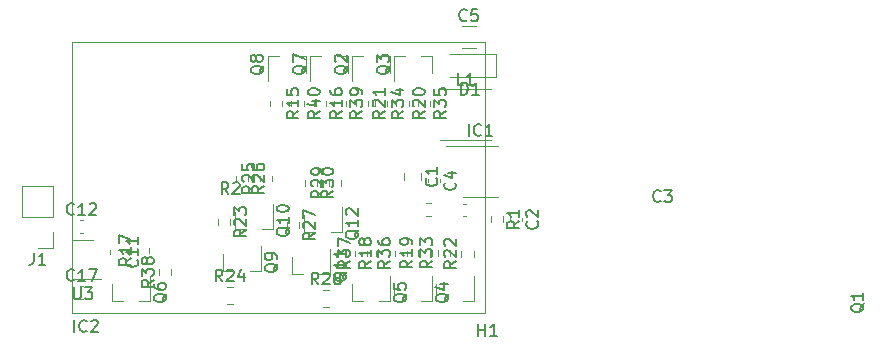
<source format=gbr>
%TF.GenerationSoftware,KiCad,Pcbnew,6.0.6-1.fc35*%
%TF.CreationDate,2022-07-26T21:01:35+02:00*%
%TF.ProjectId,Nixiewatch,4e697869-6577-4617-9463-682e6b696361,rev?*%
%TF.SameCoordinates,Original*%
%TF.FileFunction,Legend,Top*%
%TF.FilePolarity,Positive*%
%FSLAX46Y46*%
G04 Gerber Fmt 4.6, Leading zero omitted, Abs format (unit mm)*
G04 Created by KiCad (PCBNEW 6.0.6-1.fc35) date 2022-07-26 21:01:35*
%MOMM*%
%LPD*%
G01*
G04 APERTURE LIST*
%ADD10C,0.150000*%
%ADD11C,0.120000*%
G04 APERTURE END LIST*
D10*
%TO.C,IC2*%
X74705810Y-61246380D02*
X74705810Y-60246380D01*
X75753429Y-61151142D02*
X75705810Y-61198761D01*
X75562953Y-61246380D01*
X75467715Y-61246380D01*
X75324858Y-61198761D01*
X75229620Y-61103523D01*
X75182001Y-61008285D01*
X75134381Y-60817809D01*
X75134381Y-60674952D01*
X75182001Y-60484476D01*
X75229620Y-60389238D01*
X75324858Y-60294000D01*
X75467715Y-60246380D01*
X75562953Y-60246380D01*
X75705810Y-60294000D01*
X75753429Y-60341619D01*
X76134381Y-60341619D02*
X76182001Y-60294000D01*
X76277239Y-60246380D01*
X76515334Y-60246380D01*
X76610572Y-60294000D01*
X76658191Y-60341619D01*
X76705810Y-60436857D01*
X76705810Y-60532095D01*
X76658191Y-60674952D01*
X76086762Y-61246380D01*
X76705810Y-61246380D01*
%TO.C,J1*%
X71266666Y-54557380D02*
X71266666Y-55271666D01*
X71219047Y-55414523D01*
X71123809Y-55509761D01*
X70980952Y-55557380D01*
X70885714Y-55557380D01*
X72266666Y-55557380D02*
X71695238Y-55557380D01*
X71980952Y-55557380D02*
X71980952Y-54557380D01*
X71885714Y-54700238D01*
X71790476Y-54795476D01*
X71695238Y-54843095D01*
%TO.C,H1*%
X108922595Y-61586880D02*
X108922595Y-60586880D01*
X108922595Y-61063071D02*
X109494023Y-61063071D01*
X109494023Y-61586880D02*
X109494023Y-60586880D01*
X110494023Y-61586880D02*
X109922595Y-61586880D01*
X110208309Y-61586880D02*
X110208309Y-60586880D01*
X110113071Y-60729738D01*
X110017833Y-60824976D01*
X109922595Y-60872595D01*
%TO.C,C11*%
X80019142Y-55139857D02*
X80066761Y-55187476D01*
X80114380Y-55330333D01*
X80114380Y-55425571D01*
X80066761Y-55568428D01*
X79971523Y-55663666D01*
X79876285Y-55711285D01*
X79685809Y-55758904D01*
X79542952Y-55758904D01*
X79352476Y-55711285D01*
X79257238Y-55663666D01*
X79162000Y-55568428D01*
X79114380Y-55425571D01*
X79114380Y-55330333D01*
X79162000Y-55187476D01*
X79209619Y-55139857D01*
X80114380Y-54187476D02*
X80114380Y-54758904D01*
X80114380Y-54473190D02*
X79114380Y-54473190D01*
X79257238Y-54568428D01*
X79352476Y-54663666D01*
X79400095Y-54758904D01*
X80114380Y-53235095D02*
X80114380Y-53806523D01*
X80114380Y-53520809D02*
X79114380Y-53520809D01*
X79257238Y-53616047D01*
X79352476Y-53711285D01*
X79400095Y-53806523D01*
%TO.C,C12*%
X74682142Y-51251142D02*
X74634523Y-51298761D01*
X74491666Y-51346380D01*
X74396428Y-51346380D01*
X74253571Y-51298761D01*
X74158333Y-51203523D01*
X74110714Y-51108285D01*
X74063095Y-50917809D01*
X74063095Y-50774952D01*
X74110714Y-50584476D01*
X74158333Y-50489238D01*
X74253571Y-50394000D01*
X74396428Y-50346380D01*
X74491666Y-50346380D01*
X74634523Y-50394000D01*
X74682142Y-50441619D01*
X75634523Y-51346380D02*
X75063095Y-51346380D01*
X75348809Y-51346380D02*
X75348809Y-50346380D01*
X75253571Y-50489238D01*
X75158333Y-50584476D01*
X75063095Y-50632095D01*
X76015476Y-50441619D02*
X76063095Y-50394000D01*
X76158333Y-50346380D01*
X76396428Y-50346380D01*
X76491666Y-50394000D01*
X76539285Y-50441619D01*
X76586904Y-50536857D01*
X76586904Y-50632095D01*
X76539285Y-50774952D01*
X75967857Y-51346380D01*
X76586904Y-51346380D01*
%TO.C,R20*%
X104382380Y-42542857D02*
X103906190Y-42876190D01*
X104382380Y-43114285D02*
X103382380Y-43114285D01*
X103382380Y-42733333D01*
X103430000Y-42638095D01*
X103477619Y-42590476D01*
X103572857Y-42542857D01*
X103715714Y-42542857D01*
X103810952Y-42590476D01*
X103858571Y-42638095D01*
X103906190Y-42733333D01*
X103906190Y-43114285D01*
X103477619Y-42161904D02*
X103430000Y-42114285D01*
X103382380Y-42019047D01*
X103382380Y-41780952D01*
X103430000Y-41685714D01*
X103477619Y-41638095D01*
X103572857Y-41590476D01*
X103668095Y-41590476D01*
X103810952Y-41638095D01*
X104382380Y-42209523D01*
X104382380Y-41590476D01*
X103382380Y-40971428D02*
X103382380Y-40876190D01*
X103430000Y-40780952D01*
X103477619Y-40733333D01*
X103572857Y-40685714D01*
X103763333Y-40638095D01*
X104001428Y-40638095D01*
X104191904Y-40685714D01*
X104287142Y-40733333D01*
X104334761Y-40780952D01*
X104382380Y-40876190D01*
X104382380Y-40971428D01*
X104334761Y-41066666D01*
X104287142Y-41114285D01*
X104191904Y-41161904D01*
X104001428Y-41209523D01*
X103763333Y-41209523D01*
X103572857Y-41161904D01*
X103477619Y-41114285D01*
X103430000Y-41066666D01*
X103382380Y-40971428D01*
%TO.C,Q11*%
X97789619Y-56197428D02*
X97742000Y-56292666D01*
X97646761Y-56387904D01*
X97503904Y-56530761D01*
X97456285Y-56626000D01*
X97456285Y-56721238D01*
X97694380Y-56673619D02*
X97646761Y-56768857D01*
X97551523Y-56864095D01*
X97361047Y-56911714D01*
X97027714Y-56911714D01*
X96837238Y-56864095D01*
X96742000Y-56768857D01*
X96694380Y-56673619D01*
X96694380Y-56483142D01*
X96742000Y-56387904D01*
X96837238Y-56292666D01*
X97027714Y-56245047D01*
X97361047Y-56245047D01*
X97551523Y-56292666D01*
X97646761Y-56387904D01*
X97694380Y-56483142D01*
X97694380Y-56673619D01*
X97694380Y-55292666D02*
X97694380Y-55864095D01*
X97694380Y-55578380D02*
X96694380Y-55578380D01*
X96837238Y-55673619D01*
X96932476Y-55768857D01*
X96980095Y-55864095D01*
X97694380Y-54340285D02*
X97694380Y-54911714D01*
X97694380Y-54626000D02*
X96694380Y-54626000D01*
X96837238Y-54721238D01*
X96932476Y-54816476D01*
X96980095Y-54911714D01*
%TO.C,Q7*%
X94313619Y-38703238D02*
X94266000Y-38798476D01*
X94170761Y-38893714D01*
X94027904Y-39036571D01*
X93980285Y-39131809D01*
X93980285Y-39227047D01*
X94218380Y-39179428D02*
X94170761Y-39274666D01*
X94075523Y-39369904D01*
X93885047Y-39417523D01*
X93551714Y-39417523D01*
X93361238Y-39369904D01*
X93266000Y-39274666D01*
X93218380Y-39179428D01*
X93218380Y-38988952D01*
X93266000Y-38893714D01*
X93361238Y-38798476D01*
X93551714Y-38750857D01*
X93885047Y-38750857D01*
X94075523Y-38798476D01*
X94170761Y-38893714D01*
X94218380Y-38988952D01*
X94218380Y-39179428D01*
X93218380Y-38417523D02*
X93218380Y-37750857D01*
X94218380Y-38179428D01*
%TO.C,Q9*%
X91947619Y-55467238D02*
X91900000Y-55562476D01*
X91804761Y-55657714D01*
X91661904Y-55800571D01*
X91614285Y-55895809D01*
X91614285Y-55991047D01*
X91852380Y-55943428D02*
X91804761Y-56038666D01*
X91709523Y-56133904D01*
X91519047Y-56181523D01*
X91185714Y-56181523D01*
X90995238Y-56133904D01*
X90900000Y-56038666D01*
X90852380Y-55943428D01*
X90852380Y-55752952D01*
X90900000Y-55657714D01*
X90995238Y-55562476D01*
X91185714Y-55514857D01*
X91519047Y-55514857D01*
X91709523Y-55562476D01*
X91804761Y-55657714D01*
X91852380Y-55752952D01*
X91852380Y-55943428D01*
X91852380Y-55038666D02*
X91852380Y-54848190D01*
X91804761Y-54752952D01*
X91757142Y-54705333D01*
X91614285Y-54610095D01*
X91423809Y-54562476D01*
X91042857Y-54562476D01*
X90947619Y-54610095D01*
X90900000Y-54657714D01*
X90852380Y-54752952D01*
X90852380Y-54943428D01*
X90900000Y-55038666D01*
X90947619Y-55086285D01*
X91042857Y-55133904D01*
X91280952Y-55133904D01*
X91376190Y-55086285D01*
X91423809Y-55038666D01*
X91471428Y-54943428D01*
X91471428Y-54752952D01*
X91423809Y-54657714D01*
X91376190Y-54610095D01*
X91280952Y-54562476D01*
%TO.C,R19*%
X103322380Y-55217857D02*
X102846190Y-55551190D01*
X103322380Y-55789285D02*
X102322380Y-55789285D01*
X102322380Y-55408333D01*
X102370000Y-55313095D01*
X102417619Y-55265476D01*
X102512857Y-55217857D01*
X102655714Y-55217857D01*
X102750952Y-55265476D01*
X102798571Y-55313095D01*
X102846190Y-55408333D01*
X102846190Y-55789285D01*
X103322380Y-54265476D02*
X103322380Y-54836904D01*
X103322380Y-54551190D02*
X102322380Y-54551190D01*
X102465238Y-54646428D01*
X102560476Y-54741666D01*
X102608095Y-54836904D01*
X103322380Y-53789285D02*
X103322380Y-53598809D01*
X103274761Y-53503571D01*
X103227142Y-53455952D01*
X103084285Y-53360714D01*
X102893809Y-53313095D01*
X102512857Y-53313095D01*
X102417619Y-53360714D01*
X102370000Y-53408333D01*
X102322380Y-53503571D01*
X102322380Y-53694047D01*
X102370000Y-53789285D01*
X102417619Y-53836904D01*
X102512857Y-53884523D01*
X102750952Y-53884523D01*
X102846190Y-53836904D01*
X102893809Y-53789285D01*
X102941428Y-53694047D01*
X102941428Y-53503571D01*
X102893809Y-53408333D01*
X102846190Y-53360714D01*
X102750952Y-53313095D01*
%TO.C,R18*%
X99822380Y-55242857D02*
X99346190Y-55576190D01*
X99822380Y-55814285D02*
X98822380Y-55814285D01*
X98822380Y-55433333D01*
X98870000Y-55338095D01*
X98917619Y-55290476D01*
X99012857Y-55242857D01*
X99155714Y-55242857D01*
X99250952Y-55290476D01*
X99298571Y-55338095D01*
X99346190Y-55433333D01*
X99346190Y-55814285D01*
X99822380Y-54290476D02*
X99822380Y-54861904D01*
X99822380Y-54576190D02*
X98822380Y-54576190D01*
X98965238Y-54671428D01*
X99060476Y-54766666D01*
X99108095Y-54861904D01*
X99250952Y-53719047D02*
X99203333Y-53814285D01*
X99155714Y-53861904D01*
X99060476Y-53909523D01*
X99012857Y-53909523D01*
X98917619Y-53861904D01*
X98870000Y-53814285D01*
X98822380Y-53719047D01*
X98822380Y-53528571D01*
X98870000Y-53433333D01*
X98917619Y-53385714D01*
X99012857Y-53338095D01*
X99060476Y-53338095D01*
X99155714Y-53385714D01*
X99203333Y-53433333D01*
X99250952Y-53528571D01*
X99250952Y-53719047D01*
X99298571Y-53814285D01*
X99346190Y-53861904D01*
X99441428Y-53909523D01*
X99631904Y-53909523D01*
X99727142Y-53861904D01*
X99774761Y-53814285D01*
X99822380Y-53719047D01*
X99822380Y-53528571D01*
X99774761Y-53433333D01*
X99727142Y-53385714D01*
X99631904Y-53338095D01*
X99441428Y-53338095D01*
X99346190Y-53385714D01*
X99298571Y-53433333D01*
X99250952Y-53528571D01*
%TO.C,R17*%
X79540380Y-54998857D02*
X79064190Y-55332190D01*
X79540380Y-55570285D02*
X78540380Y-55570285D01*
X78540380Y-55189333D01*
X78588000Y-55094095D01*
X78635619Y-55046476D01*
X78730857Y-54998857D01*
X78873714Y-54998857D01*
X78968952Y-55046476D01*
X79016571Y-55094095D01*
X79064190Y-55189333D01*
X79064190Y-55570285D01*
X79540380Y-54046476D02*
X79540380Y-54617904D01*
X79540380Y-54332190D02*
X78540380Y-54332190D01*
X78683238Y-54427428D01*
X78778476Y-54522666D01*
X78826095Y-54617904D01*
X78540380Y-53713142D02*
X78540380Y-53046476D01*
X79540380Y-53475047D01*
%TO.C,Q8*%
X90757619Y-38703238D02*
X90710000Y-38798476D01*
X90614761Y-38893714D01*
X90471904Y-39036571D01*
X90424285Y-39131809D01*
X90424285Y-39227047D01*
X90662380Y-39179428D02*
X90614761Y-39274666D01*
X90519523Y-39369904D01*
X90329047Y-39417523D01*
X89995714Y-39417523D01*
X89805238Y-39369904D01*
X89710000Y-39274666D01*
X89662380Y-39179428D01*
X89662380Y-38988952D01*
X89710000Y-38893714D01*
X89805238Y-38798476D01*
X89995714Y-38750857D01*
X90329047Y-38750857D01*
X90519523Y-38798476D01*
X90614761Y-38893714D01*
X90662380Y-38988952D01*
X90662380Y-39179428D01*
X90090952Y-38179428D02*
X90043333Y-38274666D01*
X89995714Y-38322285D01*
X89900476Y-38369904D01*
X89852857Y-38369904D01*
X89757619Y-38322285D01*
X89710000Y-38274666D01*
X89662380Y-38179428D01*
X89662380Y-37988952D01*
X89710000Y-37893714D01*
X89757619Y-37846095D01*
X89852857Y-37798476D01*
X89900476Y-37798476D01*
X89995714Y-37846095D01*
X90043333Y-37893714D01*
X90090952Y-37988952D01*
X90090952Y-38179428D01*
X90138571Y-38274666D01*
X90186190Y-38322285D01*
X90281428Y-38369904D01*
X90471904Y-38369904D01*
X90567142Y-38322285D01*
X90614761Y-38274666D01*
X90662380Y-38179428D01*
X90662380Y-37988952D01*
X90614761Y-37893714D01*
X90567142Y-37846095D01*
X90471904Y-37798476D01*
X90281428Y-37798476D01*
X90186190Y-37846095D01*
X90138571Y-37893714D01*
X90090952Y-37988952D01*
%TO.C,Q5*%
X102869619Y-58007238D02*
X102822000Y-58102476D01*
X102726761Y-58197714D01*
X102583904Y-58340571D01*
X102536285Y-58435809D01*
X102536285Y-58531047D01*
X102774380Y-58483428D02*
X102726761Y-58578666D01*
X102631523Y-58673904D01*
X102441047Y-58721523D01*
X102107714Y-58721523D01*
X101917238Y-58673904D01*
X101822000Y-58578666D01*
X101774380Y-58483428D01*
X101774380Y-58292952D01*
X101822000Y-58197714D01*
X101917238Y-58102476D01*
X102107714Y-58054857D01*
X102441047Y-58054857D01*
X102631523Y-58102476D01*
X102726761Y-58197714D01*
X102774380Y-58292952D01*
X102774380Y-58483428D01*
X101774380Y-57150095D02*
X101774380Y-57626285D01*
X102250571Y-57673904D01*
X102202952Y-57626285D01*
X102155333Y-57531047D01*
X102155333Y-57292952D01*
X102202952Y-57197714D01*
X102250571Y-57150095D01*
X102345809Y-57102476D01*
X102583904Y-57102476D01*
X102679142Y-57150095D01*
X102726761Y-57197714D01*
X102774380Y-57292952D01*
X102774380Y-57531047D01*
X102726761Y-57626285D01*
X102679142Y-57673904D01*
%TO.C,Q2*%
X97869619Y-38703238D02*
X97822000Y-38798476D01*
X97726761Y-38893714D01*
X97583904Y-39036571D01*
X97536285Y-39131809D01*
X97536285Y-39227047D01*
X97774380Y-39179428D02*
X97726761Y-39274666D01*
X97631523Y-39369904D01*
X97441047Y-39417523D01*
X97107714Y-39417523D01*
X96917238Y-39369904D01*
X96822000Y-39274666D01*
X96774380Y-39179428D01*
X96774380Y-38988952D01*
X96822000Y-38893714D01*
X96917238Y-38798476D01*
X97107714Y-38750857D01*
X97441047Y-38750857D01*
X97631523Y-38798476D01*
X97726761Y-38893714D01*
X97774380Y-38988952D01*
X97774380Y-39179428D01*
X96869619Y-38369904D02*
X96822000Y-38322285D01*
X96774380Y-38227047D01*
X96774380Y-37988952D01*
X96822000Y-37893714D01*
X96869619Y-37846095D01*
X96964857Y-37798476D01*
X97060095Y-37798476D01*
X97202952Y-37846095D01*
X97774380Y-38417523D01*
X97774380Y-37798476D01*
%TO.C,R25*%
X89954380Y-48902857D02*
X89478190Y-49236190D01*
X89954380Y-49474285D02*
X88954380Y-49474285D01*
X88954380Y-49093333D01*
X89002000Y-48998095D01*
X89049619Y-48950476D01*
X89144857Y-48902857D01*
X89287714Y-48902857D01*
X89382952Y-48950476D01*
X89430571Y-48998095D01*
X89478190Y-49093333D01*
X89478190Y-49474285D01*
X89049619Y-48521904D02*
X89002000Y-48474285D01*
X88954380Y-48379047D01*
X88954380Y-48140952D01*
X89002000Y-48045714D01*
X89049619Y-47998095D01*
X89144857Y-47950476D01*
X89240095Y-47950476D01*
X89382952Y-47998095D01*
X89954380Y-48569523D01*
X89954380Y-47950476D01*
X88954380Y-47045714D02*
X88954380Y-47521904D01*
X89430571Y-47569523D01*
X89382952Y-47521904D01*
X89335333Y-47426666D01*
X89335333Y-47188571D01*
X89382952Y-47093333D01*
X89430571Y-47045714D01*
X89525809Y-46998095D01*
X89763904Y-46998095D01*
X89859142Y-47045714D01*
X89906761Y-47093333D01*
X89954380Y-47188571D01*
X89954380Y-47426666D01*
X89906761Y-47521904D01*
X89859142Y-47569523D01*
%TO.C,R24*%
X87250142Y-56968380D02*
X86916809Y-56492190D01*
X86678714Y-56968380D02*
X86678714Y-55968380D01*
X87059666Y-55968380D01*
X87154904Y-56016000D01*
X87202523Y-56063619D01*
X87250142Y-56158857D01*
X87250142Y-56301714D01*
X87202523Y-56396952D01*
X87154904Y-56444571D01*
X87059666Y-56492190D01*
X86678714Y-56492190D01*
X87631095Y-56063619D02*
X87678714Y-56016000D01*
X87773952Y-55968380D01*
X88012047Y-55968380D01*
X88107285Y-56016000D01*
X88154904Y-56063619D01*
X88202523Y-56158857D01*
X88202523Y-56254095D01*
X88154904Y-56396952D01*
X87583476Y-56968380D01*
X88202523Y-56968380D01*
X89059666Y-56301714D02*
X89059666Y-56968380D01*
X88821571Y-55920761D02*
X88583476Y-56635047D01*
X89202523Y-56635047D01*
%TO.C,C17*%
X74682142Y-56839142D02*
X74634523Y-56886761D01*
X74491666Y-56934380D01*
X74396428Y-56934380D01*
X74253571Y-56886761D01*
X74158333Y-56791523D01*
X74110714Y-56696285D01*
X74063095Y-56505809D01*
X74063095Y-56362952D01*
X74110714Y-56172476D01*
X74158333Y-56077238D01*
X74253571Y-55982000D01*
X74396428Y-55934380D01*
X74491666Y-55934380D01*
X74634523Y-55982000D01*
X74682142Y-56029619D01*
X75634523Y-56934380D02*
X75063095Y-56934380D01*
X75348809Y-56934380D02*
X75348809Y-55934380D01*
X75253571Y-56077238D01*
X75158333Y-56172476D01*
X75063095Y-56220095D01*
X75967857Y-55934380D02*
X76634523Y-55934380D01*
X76205952Y-56934380D01*
%TO.C,Q1*%
X141567619Y-58841238D02*
X141520000Y-58936476D01*
X141424761Y-59031714D01*
X141281904Y-59174571D01*
X141234285Y-59269809D01*
X141234285Y-59365047D01*
X141472380Y-59317428D02*
X141424761Y-59412666D01*
X141329523Y-59507904D01*
X141139047Y-59555523D01*
X140805714Y-59555523D01*
X140615238Y-59507904D01*
X140520000Y-59412666D01*
X140472380Y-59317428D01*
X140472380Y-59126952D01*
X140520000Y-59031714D01*
X140615238Y-58936476D01*
X140805714Y-58888857D01*
X141139047Y-58888857D01*
X141329523Y-58936476D01*
X141424761Y-59031714D01*
X141472380Y-59126952D01*
X141472380Y-59317428D01*
X141472380Y-57936476D02*
X141472380Y-58507904D01*
X141472380Y-58222190D02*
X140472380Y-58222190D01*
X140615238Y-58317428D01*
X140710476Y-58412666D01*
X140758095Y-58507904D01*
%TO.C,Q6*%
X82549619Y-58007238D02*
X82502000Y-58102476D01*
X82406761Y-58197714D01*
X82263904Y-58340571D01*
X82216285Y-58435809D01*
X82216285Y-58531047D01*
X82454380Y-58483428D02*
X82406761Y-58578666D01*
X82311523Y-58673904D01*
X82121047Y-58721523D01*
X81787714Y-58721523D01*
X81597238Y-58673904D01*
X81502000Y-58578666D01*
X81454380Y-58483428D01*
X81454380Y-58292952D01*
X81502000Y-58197714D01*
X81597238Y-58102476D01*
X81787714Y-58054857D01*
X82121047Y-58054857D01*
X82311523Y-58102476D01*
X82406761Y-58197714D01*
X82454380Y-58292952D01*
X82454380Y-58483428D01*
X81454380Y-57197714D02*
X81454380Y-57388190D01*
X81502000Y-57483428D01*
X81549619Y-57531047D01*
X81692476Y-57626285D01*
X81882952Y-57673904D01*
X82263904Y-57673904D01*
X82359142Y-57626285D01*
X82406761Y-57578666D01*
X82454380Y-57483428D01*
X82454380Y-57292952D01*
X82406761Y-57197714D01*
X82359142Y-57150095D01*
X82263904Y-57102476D01*
X82025809Y-57102476D01*
X81930571Y-57150095D01*
X81882952Y-57197714D01*
X81835333Y-57292952D01*
X81835333Y-57483428D01*
X81882952Y-57578666D01*
X81930571Y-57626285D01*
X82025809Y-57673904D01*
%TO.C,Q10*%
X92963619Y-52387428D02*
X92916000Y-52482666D01*
X92820761Y-52577904D01*
X92677904Y-52720761D01*
X92630285Y-52816000D01*
X92630285Y-52911238D01*
X92868380Y-52863619D02*
X92820761Y-52958857D01*
X92725523Y-53054095D01*
X92535047Y-53101714D01*
X92201714Y-53101714D01*
X92011238Y-53054095D01*
X91916000Y-52958857D01*
X91868380Y-52863619D01*
X91868380Y-52673142D01*
X91916000Y-52577904D01*
X92011238Y-52482666D01*
X92201714Y-52435047D01*
X92535047Y-52435047D01*
X92725523Y-52482666D01*
X92820761Y-52577904D01*
X92868380Y-52673142D01*
X92868380Y-52863619D01*
X92868380Y-51482666D02*
X92868380Y-52054095D01*
X92868380Y-51768380D02*
X91868380Y-51768380D01*
X92011238Y-51863619D01*
X92106476Y-51958857D01*
X92154095Y-52054095D01*
X91868380Y-50863619D02*
X91868380Y-50768380D01*
X91916000Y-50673142D01*
X91963619Y-50625523D01*
X92058857Y-50577904D01*
X92249333Y-50530285D01*
X92487428Y-50530285D01*
X92677904Y-50577904D01*
X92773142Y-50625523D01*
X92820761Y-50673142D01*
X92868380Y-50768380D01*
X92868380Y-50863619D01*
X92820761Y-50958857D01*
X92773142Y-51006476D01*
X92677904Y-51054095D01*
X92487428Y-51101714D01*
X92249333Y-51101714D01*
X92058857Y-51054095D01*
X91963619Y-51006476D01*
X91916000Y-50958857D01*
X91868380Y-50863619D01*
%TO.C,Q4*%
X106425619Y-58007238D02*
X106378000Y-58102476D01*
X106282761Y-58197714D01*
X106139904Y-58340571D01*
X106092285Y-58435809D01*
X106092285Y-58531047D01*
X106330380Y-58483428D02*
X106282761Y-58578666D01*
X106187523Y-58673904D01*
X105997047Y-58721523D01*
X105663714Y-58721523D01*
X105473238Y-58673904D01*
X105378000Y-58578666D01*
X105330380Y-58483428D01*
X105330380Y-58292952D01*
X105378000Y-58197714D01*
X105473238Y-58102476D01*
X105663714Y-58054857D01*
X105997047Y-58054857D01*
X106187523Y-58102476D01*
X106282761Y-58197714D01*
X106330380Y-58292952D01*
X106330380Y-58483428D01*
X105663714Y-57197714D02*
X106330380Y-57197714D01*
X105282761Y-57435809D02*
X105997047Y-57673904D01*
X105997047Y-57054857D01*
%TO.C,Q12*%
X98805619Y-52641428D02*
X98758000Y-52736666D01*
X98662761Y-52831904D01*
X98519904Y-52974761D01*
X98472285Y-53070000D01*
X98472285Y-53165238D01*
X98710380Y-53117619D02*
X98662761Y-53212857D01*
X98567523Y-53308095D01*
X98377047Y-53355714D01*
X98043714Y-53355714D01*
X97853238Y-53308095D01*
X97758000Y-53212857D01*
X97710380Y-53117619D01*
X97710380Y-52927142D01*
X97758000Y-52831904D01*
X97853238Y-52736666D01*
X98043714Y-52689047D01*
X98377047Y-52689047D01*
X98567523Y-52736666D01*
X98662761Y-52831904D01*
X98710380Y-52927142D01*
X98710380Y-53117619D01*
X98710380Y-51736666D02*
X98710380Y-52308095D01*
X98710380Y-52022380D02*
X97710380Y-52022380D01*
X97853238Y-52117619D01*
X97948476Y-52212857D01*
X97996095Y-52308095D01*
X97805619Y-51355714D02*
X97758000Y-51308095D01*
X97710380Y-51212857D01*
X97710380Y-50974761D01*
X97758000Y-50879523D01*
X97805619Y-50831904D01*
X97900857Y-50784285D01*
X97996095Y-50784285D01*
X98138952Y-50831904D01*
X98710380Y-51403333D01*
X98710380Y-50784285D01*
%TO.C,R27*%
X95100380Y-52853857D02*
X94624190Y-53187190D01*
X95100380Y-53425285D02*
X94100380Y-53425285D01*
X94100380Y-53044333D01*
X94148000Y-52949095D01*
X94195619Y-52901476D01*
X94290857Y-52853857D01*
X94433714Y-52853857D01*
X94528952Y-52901476D01*
X94576571Y-52949095D01*
X94624190Y-53044333D01*
X94624190Y-53425285D01*
X94195619Y-52472904D02*
X94148000Y-52425285D01*
X94100380Y-52330047D01*
X94100380Y-52091952D01*
X94148000Y-51996714D01*
X94195619Y-51949095D01*
X94290857Y-51901476D01*
X94386095Y-51901476D01*
X94528952Y-51949095D01*
X95100380Y-52520523D01*
X95100380Y-51901476D01*
X94100380Y-51568142D02*
X94100380Y-50901476D01*
X95100380Y-51330047D01*
%TO.C,R26*%
X90782380Y-48902857D02*
X90306190Y-49236190D01*
X90782380Y-49474285D02*
X89782380Y-49474285D01*
X89782380Y-49093333D01*
X89830000Y-48998095D01*
X89877619Y-48950476D01*
X89972857Y-48902857D01*
X90115714Y-48902857D01*
X90210952Y-48950476D01*
X90258571Y-48998095D01*
X90306190Y-49093333D01*
X90306190Y-49474285D01*
X89877619Y-48521904D02*
X89830000Y-48474285D01*
X89782380Y-48379047D01*
X89782380Y-48140952D01*
X89830000Y-48045714D01*
X89877619Y-47998095D01*
X89972857Y-47950476D01*
X90068095Y-47950476D01*
X90210952Y-47998095D01*
X90782380Y-48569523D01*
X90782380Y-47950476D01*
X89782380Y-47093333D02*
X89782380Y-47283809D01*
X89830000Y-47379047D01*
X89877619Y-47426666D01*
X90020476Y-47521904D01*
X90210952Y-47569523D01*
X90591904Y-47569523D01*
X90687142Y-47521904D01*
X90734761Y-47474285D01*
X90782380Y-47379047D01*
X90782380Y-47188571D01*
X90734761Y-47093333D01*
X90687142Y-47045714D01*
X90591904Y-46998095D01*
X90353809Y-46998095D01*
X90258571Y-47045714D01*
X90210952Y-47093333D01*
X90163333Y-47188571D01*
X90163333Y-47379047D01*
X90210952Y-47474285D01*
X90258571Y-47521904D01*
X90353809Y-47569523D01*
%TO.C,R23*%
X89258380Y-52599857D02*
X88782190Y-52933190D01*
X89258380Y-53171285D02*
X88258380Y-53171285D01*
X88258380Y-52790333D01*
X88306000Y-52695095D01*
X88353619Y-52647476D01*
X88448857Y-52599857D01*
X88591714Y-52599857D01*
X88686952Y-52647476D01*
X88734571Y-52695095D01*
X88782190Y-52790333D01*
X88782190Y-53171285D01*
X88353619Y-52218904D02*
X88306000Y-52171285D01*
X88258380Y-52076047D01*
X88258380Y-51837952D01*
X88306000Y-51742714D01*
X88353619Y-51695095D01*
X88448857Y-51647476D01*
X88544095Y-51647476D01*
X88686952Y-51695095D01*
X89258380Y-52266523D01*
X89258380Y-51647476D01*
X88258380Y-51314142D02*
X88258380Y-50695095D01*
X88639333Y-51028428D01*
X88639333Y-50885571D01*
X88686952Y-50790333D01*
X88734571Y-50742714D01*
X88829809Y-50695095D01*
X89067904Y-50695095D01*
X89163142Y-50742714D01*
X89210761Y-50790333D01*
X89258380Y-50885571D01*
X89258380Y-51171285D01*
X89210761Y-51266523D01*
X89163142Y-51314142D01*
%TO.C,R22*%
X107022380Y-55273857D02*
X106546190Y-55607190D01*
X107022380Y-55845285D02*
X106022380Y-55845285D01*
X106022380Y-55464333D01*
X106070000Y-55369095D01*
X106117619Y-55321476D01*
X106212857Y-55273857D01*
X106355714Y-55273857D01*
X106450952Y-55321476D01*
X106498571Y-55369095D01*
X106546190Y-55464333D01*
X106546190Y-55845285D01*
X106117619Y-54892904D02*
X106070000Y-54845285D01*
X106022380Y-54750047D01*
X106022380Y-54511952D01*
X106070000Y-54416714D01*
X106117619Y-54369095D01*
X106212857Y-54321476D01*
X106308095Y-54321476D01*
X106450952Y-54369095D01*
X107022380Y-54940523D01*
X107022380Y-54321476D01*
X106117619Y-53940523D02*
X106070000Y-53892904D01*
X106022380Y-53797666D01*
X106022380Y-53559571D01*
X106070000Y-53464333D01*
X106117619Y-53416714D01*
X106212857Y-53369095D01*
X106308095Y-53369095D01*
X106450952Y-53416714D01*
X107022380Y-53988142D01*
X107022380Y-53369095D01*
%TO.C,R16*%
X97382380Y-42542857D02*
X96906190Y-42876190D01*
X97382380Y-43114285D02*
X96382380Y-43114285D01*
X96382380Y-42733333D01*
X96430000Y-42638095D01*
X96477619Y-42590476D01*
X96572857Y-42542857D01*
X96715714Y-42542857D01*
X96810952Y-42590476D01*
X96858571Y-42638095D01*
X96906190Y-42733333D01*
X96906190Y-43114285D01*
X97382380Y-41590476D02*
X97382380Y-42161904D01*
X97382380Y-41876190D02*
X96382380Y-41876190D01*
X96525238Y-41971428D01*
X96620476Y-42066666D01*
X96668095Y-42161904D01*
X96382380Y-40733333D02*
X96382380Y-40923809D01*
X96430000Y-41019047D01*
X96477619Y-41066666D01*
X96620476Y-41161904D01*
X96810952Y-41209523D01*
X97191904Y-41209523D01*
X97287142Y-41161904D01*
X97334761Y-41114285D01*
X97382380Y-41019047D01*
X97382380Y-40828571D01*
X97334761Y-40733333D01*
X97287142Y-40685714D01*
X97191904Y-40638095D01*
X96953809Y-40638095D01*
X96858571Y-40685714D01*
X96810952Y-40733333D01*
X96763333Y-40828571D01*
X96763333Y-41019047D01*
X96810952Y-41114285D01*
X96858571Y-41161904D01*
X96953809Y-41209523D01*
%TO.C,R15*%
X93682380Y-42542857D02*
X93206190Y-42876190D01*
X93682380Y-43114285D02*
X92682380Y-43114285D01*
X92682380Y-42733333D01*
X92730000Y-42638095D01*
X92777619Y-42590476D01*
X92872857Y-42542857D01*
X93015714Y-42542857D01*
X93110952Y-42590476D01*
X93158571Y-42638095D01*
X93206190Y-42733333D01*
X93206190Y-43114285D01*
X93682380Y-41590476D02*
X93682380Y-42161904D01*
X93682380Y-41876190D02*
X92682380Y-41876190D01*
X92825238Y-41971428D01*
X92920476Y-42066666D01*
X92968095Y-42161904D01*
X92682380Y-40685714D02*
X92682380Y-41161904D01*
X93158571Y-41209523D01*
X93110952Y-41161904D01*
X93063333Y-41066666D01*
X93063333Y-40828571D01*
X93110952Y-40733333D01*
X93158571Y-40685714D01*
X93253809Y-40638095D01*
X93491904Y-40638095D01*
X93587142Y-40685714D01*
X93634761Y-40733333D01*
X93682380Y-40828571D01*
X93682380Y-41066666D01*
X93634761Y-41161904D01*
X93587142Y-41209523D01*
%TO.C,U3*%
X74676095Y-57470380D02*
X74676095Y-58279904D01*
X74723714Y-58375142D01*
X74771333Y-58422761D01*
X74866571Y-58470380D01*
X75057047Y-58470380D01*
X75152285Y-58422761D01*
X75199904Y-58375142D01*
X75247523Y-58279904D01*
X75247523Y-57470380D01*
X75628476Y-57470380D02*
X76247523Y-57470380D01*
X75914190Y-57851333D01*
X76057047Y-57851333D01*
X76152285Y-57898952D01*
X76199904Y-57946571D01*
X76247523Y-58041809D01*
X76247523Y-58279904D01*
X76199904Y-58375142D01*
X76152285Y-58422761D01*
X76057047Y-58470380D01*
X75771333Y-58470380D01*
X75676095Y-58422761D01*
X75628476Y-58375142D01*
%TO.C,R30*%
X96624380Y-49297857D02*
X96148190Y-49631190D01*
X96624380Y-49869285D02*
X95624380Y-49869285D01*
X95624380Y-49488333D01*
X95672000Y-49393095D01*
X95719619Y-49345476D01*
X95814857Y-49297857D01*
X95957714Y-49297857D01*
X96052952Y-49345476D01*
X96100571Y-49393095D01*
X96148190Y-49488333D01*
X96148190Y-49869285D01*
X95624380Y-48964523D02*
X95624380Y-48345476D01*
X96005333Y-48678809D01*
X96005333Y-48535952D01*
X96052952Y-48440714D01*
X96100571Y-48393095D01*
X96195809Y-48345476D01*
X96433904Y-48345476D01*
X96529142Y-48393095D01*
X96576761Y-48440714D01*
X96624380Y-48535952D01*
X96624380Y-48821666D01*
X96576761Y-48916904D01*
X96529142Y-48964523D01*
X95624380Y-47726428D02*
X95624380Y-47631190D01*
X95672000Y-47535952D01*
X95719619Y-47488333D01*
X95814857Y-47440714D01*
X96005333Y-47393095D01*
X96243428Y-47393095D01*
X96433904Y-47440714D01*
X96529142Y-47488333D01*
X96576761Y-47535952D01*
X96624380Y-47631190D01*
X96624380Y-47726428D01*
X96576761Y-47821666D01*
X96529142Y-47869285D01*
X96433904Y-47916904D01*
X96243428Y-47964523D01*
X96005333Y-47964523D01*
X95814857Y-47916904D01*
X95719619Y-47869285D01*
X95672000Y-47821666D01*
X95624380Y-47726428D01*
%TO.C,Q3*%
X101425619Y-38703238D02*
X101378000Y-38798476D01*
X101282761Y-38893714D01*
X101139904Y-39036571D01*
X101092285Y-39131809D01*
X101092285Y-39227047D01*
X101330380Y-39179428D02*
X101282761Y-39274666D01*
X101187523Y-39369904D01*
X100997047Y-39417523D01*
X100663714Y-39417523D01*
X100473238Y-39369904D01*
X100378000Y-39274666D01*
X100330380Y-39179428D01*
X100330380Y-38988952D01*
X100378000Y-38893714D01*
X100473238Y-38798476D01*
X100663714Y-38750857D01*
X100997047Y-38750857D01*
X101187523Y-38798476D01*
X101282761Y-38893714D01*
X101330380Y-38988952D01*
X101330380Y-39179428D01*
X100330380Y-38417523D02*
X100330380Y-37798476D01*
X100711333Y-38131809D01*
X100711333Y-37988952D01*
X100758952Y-37893714D01*
X100806571Y-37846095D01*
X100901809Y-37798476D01*
X101139904Y-37798476D01*
X101235142Y-37846095D01*
X101282761Y-37893714D01*
X101330380Y-37988952D01*
X101330380Y-38274666D01*
X101282761Y-38369904D01*
X101235142Y-38417523D01*
%TO.C,R29*%
X95796380Y-49297857D02*
X95320190Y-49631190D01*
X95796380Y-49869285D02*
X94796380Y-49869285D01*
X94796380Y-49488333D01*
X94844000Y-49393095D01*
X94891619Y-49345476D01*
X94986857Y-49297857D01*
X95129714Y-49297857D01*
X95224952Y-49345476D01*
X95272571Y-49393095D01*
X95320190Y-49488333D01*
X95320190Y-49869285D01*
X94891619Y-48916904D02*
X94844000Y-48869285D01*
X94796380Y-48774047D01*
X94796380Y-48535952D01*
X94844000Y-48440714D01*
X94891619Y-48393095D01*
X94986857Y-48345476D01*
X95082095Y-48345476D01*
X95224952Y-48393095D01*
X95796380Y-48964523D01*
X95796380Y-48345476D01*
X95796380Y-47869285D02*
X95796380Y-47678809D01*
X95748761Y-47583571D01*
X95701142Y-47535952D01*
X95558285Y-47440714D01*
X95367809Y-47393095D01*
X94986857Y-47393095D01*
X94891619Y-47440714D01*
X94844000Y-47488333D01*
X94796380Y-47583571D01*
X94796380Y-47774047D01*
X94844000Y-47869285D01*
X94891619Y-47916904D01*
X94986857Y-47964523D01*
X95224952Y-47964523D01*
X95320190Y-47916904D01*
X95367809Y-47869285D01*
X95415428Y-47774047D01*
X95415428Y-47583571D01*
X95367809Y-47488333D01*
X95320190Y-47440714D01*
X95224952Y-47393095D01*
%TO.C,R28*%
X95369142Y-57222380D02*
X95035809Y-56746190D01*
X94797714Y-57222380D02*
X94797714Y-56222380D01*
X95178666Y-56222380D01*
X95273904Y-56270000D01*
X95321523Y-56317619D01*
X95369142Y-56412857D01*
X95369142Y-56555714D01*
X95321523Y-56650952D01*
X95273904Y-56698571D01*
X95178666Y-56746190D01*
X94797714Y-56746190D01*
X95750095Y-56317619D02*
X95797714Y-56270000D01*
X95892952Y-56222380D01*
X96131047Y-56222380D01*
X96226285Y-56270000D01*
X96273904Y-56317619D01*
X96321523Y-56412857D01*
X96321523Y-56508095D01*
X96273904Y-56650952D01*
X95702476Y-57222380D01*
X96321523Y-57222380D01*
X96892952Y-56650952D02*
X96797714Y-56603333D01*
X96750095Y-56555714D01*
X96702476Y-56460476D01*
X96702476Y-56412857D01*
X96750095Y-56317619D01*
X96797714Y-56270000D01*
X96892952Y-56222380D01*
X97083428Y-56222380D01*
X97178666Y-56270000D01*
X97226285Y-56317619D01*
X97273904Y-56412857D01*
X97273904Y-56460476D01*
X97226285Y-56555714D01*
X97178666Y-56603333D01*
X97083428Y-56650952D01*
X96892952Y-56650952D01*
X96797714Y-56698571D01*
X96750095Y-56746190D01*
X96702476Y-56841428D01*
X96702476Y-57031904D01*
X96750095Y-57127142D01*
X96797714Y-57174761D01*
X96892952Y-57222380D01*
X97083428Y-57222380D01*
X97178666Y-57174761D01*
X97226285Y-57127142D01*
X97273904Y-57031904D01*
X97273904Y-56841428D01*
X97226285Y-56746190D01*
X97178666Y-56698571D01*
X97083428Y-56650952D01*
%TO.C,R21*%
X100982380Y-42542857D02*
X100506190Y-42876190D01*
X100982380Y-43114285D02*
X99982380Y-43114285D01*
X99982380Y-42733333D01*
X100030000Y-42638095D01*
X100077619Y-42590476D01*
X100172857Y-42542857D01*
X100315714Y-42542857D01*
X100410952Y-42590476D01*
X100458571Y-42638095D01*
X100506190Y-42733333D01*
X100506190Y-43114285D01*
X100077619Y-42161904D02*
X100030000Y-42114285D01*
X99982380Y-42019047D01*
X99982380Y-41780952D01*
X100030000Y-41685714D01*
X100077619Y-41638095D01*
X100172857Y-41590476D01*
X100268095Y-41590476D01*
X100410952Y-41638095D01*
X100982380Y-42209523D01*
X100982380Y-41590476D01*
X100982380Y-40638095D02*
X100982380Y-41209523D01*
X100982380Y-40923809D02*
X99982380Y-40923809D01*
X100125238Y-41019047D01*
X100220476Y-41114285D01*
X100268095Y-41209523D01*
%TO.C,R1*%
X112382380Y-51866666D02*
X111906190Y-52200000D01*
X112382380Y-52438095D02*
X111382380Y-52438095D01*
X111382380Y-52057142D01*
X111430000Y-51961904D01*
X111477619Y-51914285D01*
X111572857Y-51866666D01*
X111715714Y-51866666D01*
X111810952Y-51914285D01*
X111858571Y-51961904D01*
X111906190Y-52057142D01*
X111906190Y-52438095D01*
X112382380Y-50914285D02*
X112382380Y-51485714D01*
X112382380Y-51200000D02*
X111382380Y-51200000D01*
X111525238Y-51295238D01*
X111620476Y-51390476D01*
X111668095Y-51485714D01*
%TO.C,R2*%
X87765333Y-49586380D02*
X87432000Y-49110190D01*
X87193904Y-49586380D02*
X87193904Y-48586380D01*
X87574857Y-48586380D01*
X87670095Y-48634000D01*
X87717714Y-48681619D01*
X87765333Y-48776857D01*
X87765333Y-48919714D01*
X87717714Y-49014952D01*
X87670095Y-49062571D01*
X87574857Y-49110190D01*
X87193904Y-49110190D01*
X88146285Y-48681619D02*
X88193904Y-48634000D01*
X88289142Y-48586380D01*
X88527238Y-48586380D01*
X88622476Y-48634000D01*
X88670095Y-48681619D01*
X88717714Y-48776857D01*
X88717714Y-48872095D01*
X88670095Y-49014952D01*
X88098666Y-49586380D01*
X88717714Y-49586380D01*
%TO.C,C1*%
X105356142Y-48256666D02*
X105403761Y-48304285D01*
X105451380Y-48447142D01*
X105451380Y-48542380D01*
X105403761Y-48685238D01*
X105308523Y-48780476D01*
X105213285Y-48828095D01*
X105022809Y-48875714D01*
X104879952Y-48875714D01*
X104689476Y-48828095D01*
X104594238Y-48780476D01*
X104499000Y-48685238D01*
X104451380Y-48542380D01*
X104451380Y-48447142D01*
X104499000Y-48304285D01*
X104546619Y-48256666D01*
X105451380Y-47304285D02*
X105451380Y-47875714D01*
X105451380Y-47590000D02*
X104451380Y-47590000D01*
X104594238Y-47685238D01*
X104689476Y-47780476D01*
X104737095Y-47875714D01*
%TO.C,C3*%
X124350333Y-50143142D02*
X124302714Y-50190761D01*
X124159857Y-50238380D01*
X124064619Y-50238380D01*
X123921761Y-50190761D01*
X123826523Y-50095523D01*
X123778904Y-50000285D01*
X123731285Y-49809809D01*
X123731285Y-49666952D01*
X123778904Y-49476476D01*
X123826523Y-49381238D01*
X123921761Y-49286000D01*
X124064619Y-49238380D01*
X124159857Y-49238380D01*
X124302714Y-49286000D01*
X124350333Y-49333619D01*
X124683666Y-49238380D02*
X125302714Y-49238380D01*
X124969380Y-49619333D01*
X125112238Y-49619333D01*
X125207476Y-49666952D01*
X125255095Y-49714571D01*
X125302714Y-49809809D01*
X125302714Y-50047904D01*
X125255095Y-50143142D01*
X125207476Y-50190761D01*
X125112238Y-50238380D01*
X124826523Y-50238380D01*
X124731285Y-50190761D01*
X124683666Y-50143142D01*
%TO.C,C4*%
X106936142Y-48618666D02*
X106983761Y-48666285D01*
X107031380Y-48809142D01*
X107031380Y-48904380D01*
X106983761Y-49047238D01*
X106888523Y-49142476D01*
X106793285Y-49190095D01*
X106602809Y-49237714D01*
X106459952Y-49237714D01*
X106269476Y-49190095D01*
X106174238Y-49142476D01*
X106079000Y-49047238D01*
X106031380Y-48904380D01*
X106031380Y-48809142D01*
X106079000Y-48666285D01*
X106126619Y-48618666D01*
X106364714Y-47761523D02*
X107031380Y-47761523D01*
X105983761Y-47999619D02*
X106698047Y-48237714D01*
X106698047Y-47618666D01*
%TO.C,IC1*%
X108108809Y-44642380D02*
X108108809Y-43642380D01*
X109156428Y-44547142D02*
X109108809Y-44594761D01*
X108965952Y-44642380D01*
X108870714Y-44642380D01*
X108727857Y-44594761D01*
X108632619Y-44499523D01*
X108585000Y-44404285D01*
X108537380Y-44213809D01*
X108537380Y-44070952D01*
X108585000Y-43880476D01*
X108632619Y-43785238D01*
X108727857Y-43690000D01*
X108870714Y-43642380D01*
X108965952Y-43642380D01*
X109108809Y-43690000D01*
X109156428Y-43737619D01*
X110108809Y-44642380D02*
X109537380Y-44642380D01*
X109823095Y-44642380D02*
X109823095Y-43642380D01*
X109727857Y-43785238D01*
X109632619Y-43880476D01*
X109537380Y-43928095D01*
%TO.C,L1*%
X107648333Y-40316380D02*
X107172142Y-40316380D01*
X107172142Y-39316380D01*
X108505476Y-40316380D02*
X107934047Y-40316380D01*
X108219761Y-40316380D02*
X108219761Y-39316380D01*
X108124523Y-39459238D01*
X108029285Y-39554476D01*
X107934047Y-39602095D01*
%TO.C,C2*%
X113887142Y-51891666D02*
X113934761Y-51939285D01*
X113982380Y-52082142D01*
X113982380Y-52177380D01*
X113934761Y-52320238D01*
X113839523Y-52415476D01*
X113744285Y-52463095D01*
X113553809Y-52510714D01*
X113410952Y-52510714D01*
X113220476Y-52463095D01*
X113125238Y-52415476D01*
X113030000Y-52320238D01*
X112982380Y-52177380D01*
X112982380Y-52082142D01*
X113030000Y-51939285D01*
X113077619Y-51891666D01*
X113077619Y-51510714D02*
X113030000Y-51463095D01*
X112982380Y-51367857D01*
X112982380Y-51129761D01*
X113030000Y-51034523D01*
X113077619Y-50986904D01*
X113172857Y-50939285D01*
X113268095Y-50939285D01*
X113410952Y-50986904D01*
X113982380Y-51558333D01*
X113982380Y-50939285D01*
%TO.C,C5*%
X107933333Y-34837142D02*
X107885714Y-34884761D01*
X107742857Y-34932380D01*
X107647619Y-34932380D01*
X107504761Y-34884761D01*
X107409523Y-34789523D01*
X107361904Y-34694285D01*
X107314285Y-34503809D01*
X107314285Y-34360952D01*
X107361904Y-34170476D01*
X107409523Y-34075238D01*
X107504761Y-33980000D01*
X107647619Y-33932380D01*
X107742857Y-33932380D01*
X107885714Y-33980000D01*
X107933333Y-34027619D01*
X108838095Y-33932380D02*
X108361904Y-33932380D01*
X108314285Y-34408571D01*
X108361904Y-34360952D01*
X108457142Y-34313333D01*
X108695238Y-34313333D01*
X108790476Y-34360952D01*
X108838095Y-34408571D01*
X108885714Y-34503809D01*
X108885714Y-34741904D01*
X108838095Y-34837142D01*
X108790476Y-34884761D01*
X108695238Y-34932380D01*
X108457142Y-34932380D01*
X108361904Y-34884761D01*
X108314285Y-34837142D01*
%TO.C,R36*%
X101422380Y-55242857D02*
X100946190Y-55576190D01*
X101422380Y-55814285D02*
X100422380Y-55814285D01*
X100422380Y-55433333D01*
X100470000Y-55338095D01*
X100517619Y-55290476D01*
X100612857Y-55242857D01*
X100755714Y-55242857D01*
X100850952Y-55290476D01*
X100898571Y-55338095D01*
X100946190Y-55433333D01*
X100946190Y-55814285D01*
X100422380Y-54909523D02*
X100422380Y-54290476D01*
X100803333Y-54623809D01*
X100803333Y-54480952D01*
X100850952Y-54385714D01*
X100898571Y-54338095D01*
X100993809Y-54290476D01*
X101231904Y-54290476D01*
X101327142Y-54338095D01*
X101374761Y-54385714D01*
X101422380Y-54480952D01*
X101422380Y-54766666D01*
X101374761Y-54861904D01*
X101327142Y-54909523D01*
X100422380Y-53433333D02*
X100422380Y-53623809D01*
X100470000Y-53719047D01*
X100517619Y-53766666D01*
X100660476Y-53861904D01*
X100850952Y-53909523D01*
X101231904Y-53909523D01*
X101327142Y-53861904D01*
X101374761Y-53814285D01*
X101422380Y-53719047D01*
X101422380Y-53528571D01*
X101374761Y-53433333D01*
X101327142Y-53385714D01*
X101231904Y-53338095D01*
X100993809Y-53338095D01*
X100898571Y-53385714D01*
X100850952Y-53433333D01*
X100803333Y-53528571D01*
X100803333Y-53719047D01*
X100850952Y-53814285D01*
X100898571Y-53861904D01*
X100993809Y-53909523D01*
%TO.C,R37*%
X98022380Y-55242857D02*
X97546190Y-55576190D01*
X98022380Y-55814285D02*
X97022380Y-55814285D01*
X97022380Y-55433333D01*
X97070000Y-55338095D01*
X97117619Y-55290476D01*
X97212857Y-55242857D01*
X97355714Y-55242857D01*
X97450952Y-55290476D01*
X97498571Y-55338095D01*
X97546190Y-55433333D01*
X97546190Y-55814285D01*
X97022380Y-54909523D02*
X97022380Y-54290476D01*
X97403333Y-54623809D01*
X97403333Y-54480952D01*
X97450952Y-54385714D01*
X97498571Y-54338095D01*
X97593809Y-54290476D01*
X97831904Y-54290476D01*
X97927142Y-54338095D01*
X97974761Y-54385714D01*
X98022380Y-54480952D01*
X98022380Y-54766666D01*
X97974761Y-54861904D01*
X97927142Y-54909523D01*
X97022380Y-53957142D02*
X97022380Y-53290476D01*
X98022380Y-53719047D01*
%TO.C,R33*%
X105022380Y-55217857D02*
X104546190Y-55551190D01*
X105022380Y-55789285D02*
X104022380Y-55789285D01*
X104022380Y-55408333D01*
X104070000Y-55313095D01*
X104117619Y-55265476D01*
X104212857Y-55217857D01*
X104355714Y-55217857D01*
X104450952Y-55265476D01*
X104498571Y-55313095D01*
X104546190Y-55408333D01*
X104546190Y-55789285D01*
X104022380Y-54884523D02*
X104022380Y-54265476D01*
X104403333Y-54598809D01*
X104403333Y-54455952D01*
X104450952Y-54360714D01*
X104498571Y-54313095D01*
X104593809Y-54265476D01*
X104831904Y-54265476D01*
X104927142Y-54313095D01*
X104974761Y-54360714D01*
X105022380Y-54455952D01*
X105022380Y-54741666D01*
X104974761Y-54836904D01*
X104927142Y-54884523D01*
X104022380Y-53932142D02*
X104022380Y-53313095D01*
X104403333Y-53646428D01*
X104403333Y-53503571D01*
X104450952Y-53408333D01*
X104498571Y-53360714D01*
X104593809Y-53313095D01*
X104831904Y-53313095D01*
X104927142Y-53360714D01*
X104974761Y-53408333D01*
X105022380Y-53503571D01*
X105022380Y-53789285D01*
X104974761Y-53884523D01*
X104927142Y-53932142D01*
%TO.C,R35*%
X106182380Y-42542857D02*
X105706190Y-42876190D01*
X106182380Y-43114285D02*
X105182380Y-43114285D01*
X105182380Y-42733333D01*
X105230000Y-42638095D01*
X105277619Y-42590476D01*
X105372857Y-42542857D01*
X105515714Y-42542857D01*
X105610952Y-42590476D01*
X105658571Y-42638095D01*
X105706190Y-42733333D01*
X105706190Y-43114285D01*
X105182380Y-42209523D02*
X105182380Y-41590476D01*
X105563333Y-41923809D01*
X105563333Y-41780952D01*
X105610952Y-41685714D01*
X105658571Y-41638095D01*
X105753809Y-41590476D01*
X105991904Y-41590476D01*
X106087142Y-41638095D01*
X106134761Y-41685714D01*
X106182380Y-41780952D01*
X106182380Y-42066666D01*
X106134761Y-42161904D01*
X106087142Y-42209523D01*
X105182380Y-40685714D02*
X105182380Y-41161904D01*
X105658571Y-41209523D01*
X105610952Y-41161904D01*
X105563333Y-41066666D01*
X105563333Y-40828571D01*
X105610952Y-40733333D01*
X105658571Y-40685714D01*
X105753809Y-40638095D01*
X105991904Y-40638095D01*
X106087142Y-40685714D01*
X106134761Y-40733333D01*
X106182380Y-40828571D01*
X106182380Y-41066666D01*
X106134761Y-41161904D01*
X106087142Y-41209523D01*
%TO.C,R39*%
X99082380Y-42542857D02*
X98606190Y-42876190D01*
X99082380Y-43114285D02*
X98082380Y-43114285D01*
X98082380Y-42733333D01*
X98130000Y-42638095D01*
X98177619Y-42590476D01*
X98272857Y-42542857D01*
X98415714Y-42542857D01*
X98510952Y-42590476D01*
X98558571Y-42638095D01*
X98606190Y-42733333D01*
X98606190Y-43114285D01*
X98082380Y-42209523D02*
X98082380Y-41590476D01*
X98463333Y-41923809D01*
X98463333Y-41780952D01*
X98510952Y-41685714D01*
X98558571Y-41638095D01*
X98653809Y-41590476D01*
X98891904Y-41590476D01*
X98987142Y-41638095D01*
X99034761Y-41685714D01*
X99082380Y-41780952D01*
X99082380Y-42066666D01*
X99034761Y-42161904D01*
X98987142Y-42209523D01*
X99082380Y-41114285D02*
X99082380Y-40923809D01*
X99034761Y-40828571D01*
X98987142Y-40780952D01*
X98844285Y-40685714D01*
X98653809Y-40638095D01*
X98272857Y-40638095D01*
X98177619Y-40685714D01*
X98130000Y-40733333D01*
X98082380Y-40828571D01*
X98082380Y-41019047D01*
X98130000Y-41114285D01*
X98177619Y-41161904D01*
X98272857Y-41209523D01*
X98510952Y-41209523D01*
X98606190Y-41161904D01*
X98653809Y-41114285D01*
X98701428Y-41019047D01*
X98701428Y-40828571D01*
X98653809Y-40733333D01*
X98606190Y-40685714D01*
X98510952Y-40638095D01*
%TO.C,D1*%
X107461904Y-41152380D02*
X107461904Y-40152380D01*
X107700000Y-40152380D01*
X107842857Y-40200000D01*
X107938095Y-40295238D01*
X107985714Y-40390476D01*
X108033333Y-40580952D01*
X108033333Y-40723809D01*
X107985714Y-40914285D01*
X107938095Y-41009523D01*
X107842857Y-41104761D01*
X107700000Y-41152380D01*
X107461904Y-41152380D01*
X108985714Y-41152380D02*
X108414285Y-41152380D01*
X108700000Y-41152380D02*
X108700000Y-40152380D01*
X108604761Y-40295238D01*
X108509523Y-40390476D01*
X108414285Y-40438095D01*
%TO.C,R34*%
X102582380Y-42542857D02*
X102106190Y-42876190D01*
X102582380Y-43114285D02*
X101582380Y-43114285D01*
X101582380Y-42733333D01*
X101630000Y-42638095D01*
X101677619Y-42590476D01*
X101772857Y-42542857D01*
X101915714Y-42542857D01*
X102010952Y-42590476D01*
X102058571Y-42638095D01*
X102106190Y-42733333D01*
X102106190Y-43114285D01*
X101582380Y-42209523D02*
X101582380Y-41590476D01*
X101963333Y-41923809D01*
X101963333Y-41780952D01*
X102010952Y-41685714D01*
X102058571Y-41638095D01*
X102153809Y-41590476D01*
X102391904Y-41590476D01*
X102487142Y-41638095D01*
X102534761Y-41685714D01*
X102582380Y-41780952D01*
X102582380Y-42066666D01*
X102534761Y-42161904D01*
X102487142Y-42209523D01*
X101915714Y-40733333D02*
X102582380Y-40733333D01*
X101534761Y-40971428D02*
X102249047Y-41209523D01*
X102249047Y-40590476D01*
%TO.C,R40*%
X95482380Y-42542857D02*
X95006190Y-42876190D01*
X95482380Y-43114285D02*
X94482380Y-43114285D01*
X94482380Y-42733333D01*
X94530000Y-42638095D01*
X94577619Y-42590476D01*
X94672857Y-42542857D01*
X94815714Y-42542857D01*
X94910952Y-42590476D01*
X94958571Y-42638095D01*
X95006190Y-42733333D01*
X95006190Y-43114285D01*
X94815714Y-41685714D02*
X95482380Y-41685714D01*
X94434761Y-41923809D02*
X95149047Y-42161904D01*
X95149047Y-41542857D01*
X94482380Y-40971428D02*
X94482380Y-40876190D01*
X94530000Y-40780952D01*
X94577619Y-40733333D01*
X94672857Y-40685714D01*
X94863333Y-40638095D01*
X95101428Y-40638095D01*
X95291904Y-40685714D01*
X95387142Y-40733333D01*
X95434761Y-40780952D01*
X95482380Y-40876190D01*
X95482380Y-40971428D01*
X95434761Y-41066666D01*
X95387142Y-41114285D01*
X95291904Y-41161904D01*
X95101428Y-41209523D01*
X94863333Y-41209523D01*
X94672857Y-41161904D01*
X94577619Y-41114285D01*
X94530000Y-41066666D01*
X94482380Y-40971428D01*
%TO.C,R38*%
X81422380Y-56842857D02*
X80946190Y-57176190D01*
X81422380Y-57414285D02*
X80422380Y-57414285D01*
X80422380Y-57033333D01*
X80470000Y-56938095D01*
X80517619Y-56890476D01*
X80612857Y-56842857D01*
X80755714Y-56842857D01*
X80850952Y-56890476D01*
X80898571Y-56938095D01*
X80946190Y-57033333D01*
X80946190Y-57414285D01*
X80422380Y-56509523D02*
X80422380Y-55890476D01*
X80803333Y-56223809D01*
X80803333Y-56080952D01*
X80850952Y-55985714D01*
X80898571Y-55938095D01*
X80993809Y-55890476D01*
X81231904Y-55890476D01*
X81327142Y-55938095D01*
X81374761Y-55985714D01*
X81422380Y-56080952D01*
X81422380Y-56366666D01*
X81374761Y-56461904D01*
X81327142Y-56509523D01*
X80850952Y-55319047D02*
X80803333Y-55414285D01*
X80755714Y-55461904D01*
X80660476Y-55509523D01*
X80612857Y-55509523D01*
X80517619Y-55461904D01*
X80470000Y-55414285D01*
X80422380Y-55319047D01*
X80422380Y-55128571D01*
X80470000Y-55033333D01*
X80517619Y-54985714D01*
X80612857Y-54938095D01*
X80660476Y-54938095D01*
X80755714Y-54985714D01*
X80803333Y-55033333D01*
X80850952Y-55128571D01*
X80850952Y-55319047D01*
X80898571Y-55414285D01*
X80946190Y-55461904D01*
X81041428Y-55509523D01*
X81231904Y-55509523D01*
X81327142Y-55461904D01*
X81374761Y-55414285D01*
X81422380Y-55319047D01*
X81422380Y-55128571D01*
X81374761Y-55033333D01*
X81327142Y-54985714D01*
X81231904Y-54938095D01*
X81041428Y-54938095D01*
X80946190Y-54985714D01*
X80898571Y-55033333D01*
X80850952Y-55128571D01*
D11*
%TO.C,IC2*%
X74482001Y-59684000D02*
X109482001Y-59684000D01*
X74482001Y-36684000D02*
X74482001Y-59684000D01*
X109482001Y-59684000D02*
X109482001Y-36684000D01*
X109482001Y-36684000D02*
X74482001Y-36684000D01*
%TO.C,J1*%
X72930000Y-52775000D02*
X72930000Y-54105000D01*
X72930000Y-48905000D02*
X70270000Y-48905000D01*
X72930000Y-51505000D02*
X72930000Y-48905000D01*
X72930000Y-51505000D02*
X70270000Y-51505000D01*
X72930000Y-54105000D02*
X71600000Y-54105000D01*
X70270000Y-51505000D02*
X70270000Y-48905000D01*
%TO.C,C11*%
X77722000Y-54356420D02*
X77722000Y-54637580D01*
X78742000Y-54356420D02*
X78742000Y-54637580D01*
%TO.C,C12*%
X75184420Y-52834000D02*
X75465580Y-52834000D01*
X75184420Y-51814000D02*
X75465580Y-51814000D01*
%TO.C,R20*%
X103022500Y-41662742D02*
X103022500Y-42137258D01*
X101977500Y-41662742D02*
X101977500Y-42137258D01*
%TO.C,Q11*%
X96322000Y-56386000D02*
X95392000Y-56386000D01*
X93162000Y-56386000D02*
X94092000Y-56386000D01*
X96322000Y-56386000D02*
X96322000Y-54226000D01*
X93162000Y-56386000D02*
X93162000Y-54926000D01*
%TO.C,Q7*%
X94686000Y-37848000D02*
X94686000Y-40008000D01*
X94686000Y-37848000D02*
X95616000Y-37848000D01*
X97846000Y-37848000D02*
X96916000Y-37848000D01*
X97846000Y-37848000D02*
X97846000Y-39308000D01*
%TO.C,Q9*%
X90480000Y-56132000D02*
X89550000Y-56132000D01*
X90480000Y-56132000D02*
X90480000Y-53972000D01*
X87320000Y-56132000D02*
X87320000Y-54672000D01*
X87320000Y-56132000D02*
X88250000Y-56132000D01*
%TO.C,R19*%
X104822500Y-54812258D02*
X104822500Y-54337742D01*
X103777500Y-54812258D02*
X103777500Y-54337742D01*
%TO.C,R18*%
X101322500Y-54837258D02*
X101322500Y-54362742D01*
X100277500Y-54837258D02*
X100277500Y-54362742D01*
%TO.C,R17*%
X79995500Y-54593258D02*
X79995500Y-54118742D01*
X81040500Y-54593258D02*
X81040500Y-54118742D01*
%TO.C,Q8*%
X94290000Y-37848000D02*
X93360000Y-37848000D01*
X94290000Y-37848000D02*
X94290000Y-39308000D01*
X91130000Y-37848000D02*
X92060000Y-37848000D01*
X91130000Y-37848000D02*
X91130000Y-40008000D01*
%TO.C,Q5*%
X98242000Y-58672000D02*
X98242000Y-57212000D01*
X101402000Y-58672000D02*
X101402000Y-56512000D01*
X98242000Y-58672000D02*
X99172000Y-58672000D01*
X101402000Y-58672000D02*
X100472000Y-58672000D01*
%TO.C,Q2*%
X98242000Y-37848000D02*
X99172000Y-37848000D01*
X101402000Y-37848000D02*
X100472000Y-37848000D01*
X101402000Y-37848000D02*
X101402000Y-39308000D01*
X98242000Y-37848000D02*
X98242000Y-40008000D01*
%TO.C,R25*%
X90409500Y-48497258D02*
X90409500Y-48022742D01*
X91454500Y-48497258D02*
X91454500Y-48022742D01*
%TO.C,R24*%
X87631748Y-57456000D02*
X88154252Y-57456000D01*
X87631748Y-58876000D02*
X88154252Y-58876000D01*
%TO.C,C17*%
X75184420Y-57402000D02*
X75465580Y-57402000D01*
X75184420Y-58422000D02*
X75465580Y-58422000D01*
%TO.C,Q1*%
X105354000Y-58672000D02*
X106284000Y-58672000D01*
X108514000Y-58672000D02*
X108514000Y-56512000D01*
X105354000Y-58672000D02*
X105354000Y-57212000D01*
X108514000Y-58672000D02*
X107584000Y-58672000D01*
%TO.C,Q6*%
X81082000Y-58672000D02*
X80152000Y-58672000D01*
X77922000Y-58672000D02*
X77922000Y-57212000D01*
X77922000Y-58672000D02*
X78852000Y-58672000D01*
X81082000Y-58672000D02*
X81082000Y-56512000D01*
%TO.C,Q10*%
X88336000Y-52576000D02*
X89266000Y-52576000D01*
X88336000Y-52576000D02*
X88336000Y-51116000D01*
X91496000Y-52576000D02*
X90566000Y-52576000D01*
X91496000Y-52576000D02*
X91496000Y-50416000D01*
%TO.C,Q4*%
X104958000Y-58672000D02*
X104958000Y-56512000D01*
X101798000Y-58672000D02*
X102728000Y-58672000D01*
X104958000Y-58672000D02*
X104028000Y-58672000D01*
X101798000Y-58672000D02*
X101798000Y-57212000D01*
%TO.C,Q12*%
X94178000Y-52830000D02*
X95108000Y-52830000D01*
X97338000Y-52830000D02*
X96408000Y-52830000D01*
X94178000Y-52830000D02*
X94178000Y-51370000D01*
X97338000Y-52830000D02*
X97338000Y-50670000D01*
%TO.C,R27*%
X93740500Y-51973742D02*
X93740500Y-52448258D01*
X92695500Y-51973742D02*
X92695500Y-52448258D01*
%TO.C,R26*%
X88377500Y-48022742D02*
X88377500Y-48497258D01*
X89422500Y-48022742D02*
X89422500Y-48497258D01*
%TO.C,R23*%
X87898500Y-51719742D02*
X87898500Y-52194258D01*
X86853500Y-51719742D02*
X86853500Y-52194258D01*
%TO.C,R22*%
X107477500Y-54868258D02*
X107477500Y-54393742D01*
X108522500Y-54868258D02*
X108522500Y-54393742D01*
%TO.C,R16*%
X94977500Y-41662742D02*
X94977500Y-42137258D01*
X96022500Y-41662742D02*
X96022500Y-42137258D01*
%TO.C,R15*%
X92322500Y-41662742D02*
X92322500Y-42137258D01*
X91277500Y-41662742D02*
X91277500Y-42137258D01*
%TO.C,U3*%
X74538000Y-56728000D02*
X76988000Y-56728000D01*
X76338000Y-53508000D02*
X74538000Y-53508000D01*
%TO.C,R30*%
X94219500Y-48417742D02*
X94219500Y-48892258D01*
X95264500Y-48417742D02*
X95264500Y-48892258D01*
%TO.C,Q3*%
X101798000Y-37848000D02*
X102728000Y-37848000D01*
X104958000Y-37848000D02*
X104958000Y-39308000D01*
X101798000Y-37848000D02*
X101798000Y-40008000D01*
X104958000Y-37848000D02*
X104028000Y-37848000D01*
%TO.C,R29*%
X96251500Y-48892258D02*
X96251500Y-48417742D01*
X97296500Y-48892258D02*
X97296500Y-48417742D01*
%TO.C,R28*%
X95750748Y-59130000D02*
X96273252Y-59130000D01*
X95750748Y-57710000D02*
X96273252Y-57710000D01*
%TO.C,R21*%
X98577500Y-41662742D02*
X98577500Y-42137258D01*
X99622500Y-41662742D02*
X99622500Y-42137258D01*
%TO.C,R1*%
X111022500Y-51462742D02*
X111022500Y-51937258D01*
X109977500Y-51462742D02*
X109977500Y-51937258D01*
%TO.C,R2*%
X104462742Y-50367500D02*
X104937258Y-50367500D01*
X104462742Y-51412500D02*
X104937258Y-51412500D01*
%TO.C,C1*%
X102639000Y-47828748D02*
X102639000Y-48351252D01*
X104059000Y-47828748D02*
X104059000Y-48351252D01*
%TO.C,C3*%
X107608420Y-51400000D02*
X107889580Y-51400000D01*
X107608420Y-50380000D02*
X107889580Y-50380000D01*
%TO.C,C4*%
X104639000Y-48311420D02*
X104639000Y-48592580D01*
X105659000Y-48311420D02*
X105659000Y-48592580D01*
%TO.C,IC1*%
X109085000Y-45530000D02*
X106210000Y-45530000D01*
X109085000Y-49850000D02*
X107585000Y-49850000D01*
X109085000Y-49850000D02*
X110585000Y-49850000D01*
X109085000Y-45530000D02*
X110585000Y-45530000D01*
%TO.C,L1*%
X109969000Y-45018000D02*
X105661000Y-45018000D01*
X105661000Y-40710000D02*
X109969000Y-40710000D01*
%TO.C,C2*%
X112610000Y-51584420D02*
X112610000Y-51865580D01*
X111590000Y-51584420D02*
X111590000Y-51865580D01*
%TO.C,C5*%
X107497936Y-35390000D02*
X108702064Y-35390000D01*
X107497936Y-37210000D02*
X108702064Y-37210000D01*
%TO.C,R36*%
X101877500Y-54837258D02*
X101877500Y-54362742D01*
X102922500Y-54837258D02*
X102922500Y-54362742D01*
%TO.C,R37*%
X98477500Y-54837258D02*
X98477500Y-54362742D01*
X99522500Y-54837258D02*
X99522500Y-54362742D01*
%TO.C,R33*%
X106522500Y-54812258D02*
X106522500Y-54337742D01*
X105477500Y-54812258D02*
X105477500Y-54337742D01*
%TO.C,R35*%
X103777500Y-41662742D02*
X103777500Y-42137258D01*
X104822500Y-41662742D02*
X104822500Y-42137258D01*
%TO.C,R39*%
X96677500Y-41662742D02*
X96677500Y-42137258D01*
X97722500Y-41662742D02*
X97722500Y-42137258D01*
%TO.C,D1*%
X110450000Y-39700000D02*
X110450000Y-37700000D01*
X110450000Y-39700000D02*
X106550000Y-39700000D01*
X110450000Y-37700000D02*
X106550000Y-37700000D01*
%TO.C,R34*%
X101222500Y-41662742D02*
X101222500Y-42137258D01*
X100177500Y-41662742D02*
X100177500Y-42137258D01*
%TO.C,R40*%
X93077500Y-41662742D02*
X93077500Y-42137258D01*
X94122500Y-41662742D02*
X94122500Y-42137258D01*
%TO.C,R38*%
X81877500Y-56437258D02*
X81877500Y-55962742D01*
X82922500Y-56437258D02*
X82922500Y-55962742D01*
%TD*%
M02*

</source>
